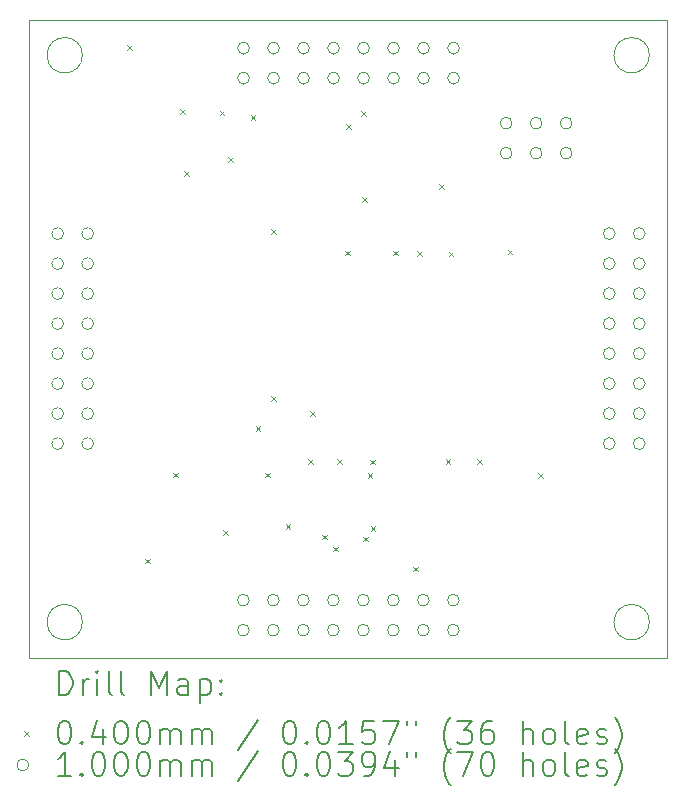
<source format=gbr>
%TF.GenerationSoftware,KiCad,Pcbnew,6.0.11+dfsg-1~bpo11+1*%
%TF.CreationDate,2023-04-06T12:14:04+02:00*%
%TF.ProjectId,avert_10,61766572-745f-4313-902e-6b696361645f,1.0*%
%TF.SameCoordinates,Original*%
%TF.FileFunction,Drillmap*%
%TF.FilePolarity,Positive*%
%FSLAX45Y45*%
G04 Gerber Fmt 4.5, Leading zero omitted, Abs format (unit mm)*
G04 Created by KiCad (PCBNEW 6.0.11+dfsg-1~bpo11+1) date 2023-04-06 12:14:04*
%MOMM*%
%LPD*%
G01*
G04 APERTURE LIST*
%ADD10C,0.100000*%
%ADD11C,0.200000*%
%ADD12C,0.040000*%
G04 APERTURE END LIST*
D10*
X12050000Y-12250000D02*
G75*
G03*
X12050000Y-12250000I-150000J0D01*
G01*
X16850000Y-7450000D02*
G75*
G03*
X16850000Y-7450000I-150000J0D01*
G01*
X12050000Y-7450000D02*
G75*
G03*
X12050000Y-7450000I-150000J0D01*
G01*
X11600000Y-12550000D02*
X17000000Y-12550000D01*
X17000000Y-12550000D02*
X17000000Y-7150000D01*
X17000000Y-7150000D02*
X11600000Y-7150000D01*
X11600000Y-7150000D02*
X11600000Y-12550000D01*
X16850000Y-12250000D02*
G75*
G03*
X16850000Y-12250000I-150000J0D01*
G01*
D11*
D12*
X12430000Y-7367000D02*
X12470000Y-7407000D01*
X12470000Y-7367000D02*
X12430000Y-7407000D01*
X12581000Y-11713000D02*
X12621000Y-11753000D01*
X12621000Y-11713000D02*
X12581000Y-11753000D01*
X12819000Y-10984000D02*
X12859000Y-11024000D01*
X12859000Y-10984000D02*
X12819000Y-11024000D01*
X12879000Y-7908000D02*
X12919000Y-7948000D01*
X12919000Y-7908000D02*
X12879000Y-7948000D01*
X12910000Y-8429000D02*
X12950000Y-8469000D01*
X12950000Y-8429000D02*
X12910000Y-8469000D01*
X13211000Y-7918000D02*
X13251000Y-7958000D01*
X13251000Y-7918000D02*
X13211000Y-7958000D01*
X13239000Y-11470000D02*
X13279000Y-11510000D01*
X13279000Y-11470000D02*
X13239000Y-11510000D01*
X13282000Y-8312000D02*
X13322000Y-8352000D01*
X13322000Y-8312000D02*
X13282000Y-8352000D01*
X13473000Y-7959000D02*
X13513000Y-7999000D01*
X13513000Y-7959000D02*
X13473000Y-7999000D01*
X13517000Y-10588000D02*
X13557000Y-10628000D01*
X13557000Y-10588000D02*
X13517000Y-10628000D01*
X13599500Y-10983500D02*
X13639500Y-11023500D01*
X13639500Y-10983500D02*
X13599500Y-11023500D01*
X13646000Y-10339000D02*
X13686000Y-10379000D01*
X13686000Y-10339000D02*
X13646000Y-10379000D01*
X13648000Y-8924000D02*
X13688000Y-8964000D01*
X13688000Y-8924000D02*
X13648000Y-8964000D01*
X13771000Y-11420000D02*
X13811000Y-11460000D01*
X13811000Y-11420000D02*
X13771000Y-11460000D01*
X13963000Y-10871000D02*
X14003000Y-10911000D01*
X14003000Y-10871000D02*
X13963000Y-10911000D01*
X13980000Y-10464000D02*
X14020000Y-10504000D01*
X14020000Y-10464000D02*
X13980000Y-10504000D01*
X14077550Y-11510000D02*
X14117550Y-11550000D01*
X14117550Y-11510000D02*
X14077550Y-11550000D01*
X14170000Y-11610000D02*
X14210000Y-11650000D01*
X14210000Y-11610000D02*
X14170000Y-11650000D01*
X14204000Y-10871000D02*
X14244000Y-10911000D01*
X14244000Y-10871000D02*
X14204000Y-10911000D01*
X14274000Y-9105000D02*
X14314000Y-9145000D01*
X14314000Y-9105000D02*
X14274000Y-9145000D01*
X14280000Y-8034000D02*
X14320000Y-8074000D01*
X14320000Y-8034000D02*
X14280000Y-8074000D01*
X14407000Y-7924000D02*
X14447000Y-7964000D01*
X14447000Y-7924000D02*
X14407000Y-7964000D01*
X14417000Y-8651000D02*
X14457000Y-8691000D01*
X14457000Y-8651000D02*
X14417000Y-8691000D01*
X14429000Y-11527000D02*
X14469000Y-11567000D01*
X14469000Y-11527000D02*
X14429000Y-11567000D01*
X14464000Y-10990000D02*
X14504000Y-11030000D01*
X14504000Y-10990000D02*
X14464000Y-11030000D01*
X14485000Y-10873000D02*
X14525000Y-10913000D01*
X14525000Y-10873000D02*
X14485000Y-10913000D01*
X14490000Y-11440000D02*
X14530000Y-11480000D01*
X14530000Y-11440000D02*
X14490000Y-11480000D01*
X14680000Y-9105000D02*
X14720000Y-9145000D01*
X14720000Y-9105000D02*
X14680000Y-9145000D01*
X14850000Y-11780000D02*
X14890000Y-11820000D01*
X14890000Y-11780000D02*
X14850000Y-11820000D01*
X14884000Y-9109000D02*
X14924000Y-9149000D01*
X14924000Y-9109000D02*
X14884000Y-9149000D01*
X15068000Y-8539000D02*
X15108000Y-8579000D01*
X15108000Y-8539000D02*
X15068000Y-8579000D01*
X15126000Y-10872000D02*
X15166000Y-10912000D01*
X15166000Y-10872000D02*
X15126000Y-10912000D01*
X15151000Y-9112000D02*
X15191000Y-9152000D01*
X15191000Y-9112000D02*
X15151000Y-9152000D01*
X15394000Y-10871000D02*
X15434000Y-10911000D01*
X15434000Y-10871000D02*
X15394000Y-10911000D01*
X15650000Y-9097000D02*
X15690000Y-9137000D01*
X15690000Y-9097000D02*
X15650000Y-9137000D01*
X15908000Y-10986000D02*
X15948000Y-11026000D01*
X15948000Y-10986000D02*
X15908000Y-11026000D01*
D10*
X11890000Y-8960000D02*
G75*
G03*
X11890000Y-8960000I-50000J0D01*
G01*
X11890000Y-9214000D02*
G75*
G03*
X11890000Y-9214000I-50000J0D01*
G01*
X11890000Y-9468000D02*
G75*
G03*
X11890000Y-9468000I-50000J0D01*
G01*
X11890000Y-9722000D02*
G75*
G03*
X11890000Y-9722000I-50000J0D01*
G01*
X11890000Y-9976000D02*
G75*
G03*
X11890000Y-9976000I-50000J0D01*
G01*
X11890000Y-10230000D02*
G75*
G03*
X11890000Y-10230000I-50000J0D01*
G01*
X11890000Y-10484000D02*
G75*
G03*
X11890000Y-10484000I-50000J0D01*
G01*
X11890000Y-10738000D02*
G75*
G03*
X11890000Y-10738000I-50000J0D01*
G01*
X12144000Y-8960000D02*
G75*
G03*
X12144000Y-8960000I-50000J0D01*
G01*
X12144000Y-9214000D02*
G75*
G03*
X12144000Y-9214000I-50000J0D01*
G01*
X12144000Y-9468000D02*
G75*
G03*
X12144000Y-9468000I-50000J0D01*
G01*
X12144000Y-9722000D02*
G75*
G03*
X12144000Y-9722000I-50000J0D01*
G01*
X12144000Y-9976000D02*
G75*
G03*
X12144000Y-9976000I-50000J0D01*
G01*
X12144000Y-10230000D02*
G75*
G03*
X12144000Y-10230000I-50000J0D01*
G01*
X12144000Y-10484000D02*
G75*
G03*
X12144000Y-10484000I-50000J0D01*
G01*
X12144000Y-10738000D02*
G75*
G03*
X12144000Y-10738000I-50000J0D01*
G01*
X13462500Y-12063500D02*
G75*
G03*
X13462500Y-12063500I-50000J0D01*
G01*
X13462500Y-12317500D02*
G75*
G03*
X13462500Y-12317500I-50000J0D01*
G01*
X13464000Y-7390000D02*
G75*
G03*
X13464000Y-7390000I-50000J0D01*
G01*
X13464000Y-7644000D02*
G75*
G03*
X13464000Y-7644000I-50000J0D01*
G01*
X13716500Y-12063500D02*
G75*
G03*
X13716500Y-12063500I-50000J0D01*
G01*
X13716500Y-12317500D02*
G75*
G03*
X13716500Y-12317500I-50000J0D01*
G01*
X13718000Y-7390000D02*
G75*
G03*
X13718000Y-7390000I-50000J0D01*
G01*
X13718000Y-7644000D02*
G75*
G03*
X13718000Y-7644000I-50000J0D01*
G01*
X13970500Y-12063500D02*
G75*
G03*
X13970500Y-12063500I-50000J0D01*
G01*
X13970500Y-12317500D02*
G75*
G03*
X13970500Y-12317500I-50000J0D01*
G01*
X13972000Y-7390000D02*
G75*
G03*
X13972000Y-7390000I-50000J0D01*
G01*
X13972000Y-7644000D02*
G75*
G03*
X13972000Y-7644000I-50000J0D01*
G01*
X14224500Y-12063500D02*
G75*
G03*
X14224500Y-12063500I-50000J0D01*
G01*
X14224500Y-12317500D02*
G75*
G03*
X14224500Y-12317500I-50000J0D01*
G01*
X14226000Y-7390000D02*
G75*
G03*
X14226000Y-7390000I-50000J0D01*
G01*
X14226000Y-7644000D02*
G75*
G03*
X14226000Y-7644000I-50000J0D01*
G01*
X14478500Y-12063500D02*
G75*
G03*
X14478500Y-12063500I-50000J0D01*
G01*
X14478500Y-12317500D02*
G75*
G03*
X14478500Y-12317500I-50000J0D01*
G01*
X14480000Y-7390000D02*
G75*
G03*
X14480000Y-7390000I-50000J0D01*
G01*
X14480000Y-7644000D02*
G75*
G03*
X14480000Y-7644000I-50000J0D01*
G01*
X14732500Y-12063500D02*
G75*
G03*
X14732500Y-12063500I-50000J0D01*
G01*
X14732500Y-12317500D02*
G75*
G03*
X14732500Y-12317500I-50000J0D01*
G01*
X14734000Y-7390000D02*
G75*
G03*
X14734000Y-7390000I-50000J0D01*
G01*
X14734000Y-7644000D02*
G75*
G03*
X14734000Y-7644000I-50000J0D01*
G01*
X14986500Y-12063500D02*
G75*
G03*
X14986500Y-12063500I-50000J0D01*
G01*
X14986500Y-12317500D02*
G75*
G03*
X14986500Y-12317500I-50000J0D01*
G01*
X14988000Y-7390000D02*
G75*
G03*
X14988000Y-7390000I-50000J0D01*
G01*
X14988000Y-7644000D02*
G75*
G03*
X14988000Y-7644000I-50000J0D01*
G01*
X15240500Y-12063500D02*
G75*
G03*
X15240500Y-12063500I-50000J0D01*
G01*
X15240500Y-12317500D02*
G75*
G03*
X15240500Y-12317500I-50000J0D01*
G01*
X15242000Y-7390000D02*
G75*
G03*
X15242000Y-7390000I-50000J0D01*
G01*
X15242000Y-7644000D02*
G75*
G03*
X15242000Y-7644000I-50000J0D01*
G01*
X15687500Y-8024500D02*
G75*
G03*
X15687500Y-8024500I-50000J0D01*
G01*
X15687500Y-8278500D02*
G75*
G03*
X15687500Y-8278500I-50000J0D01*
G01*
X15941500Y-8024500D02*
G75*
G03*
X15941500Y-8024500I-50000J0D01*
G01*
X15941500Y-8278500D02*
G75*
G03*
X15941500Y-8278500I-50000J0D01*
G01*
X16195500Y-8024500D02*
G75*
G03*
X16195500Y-8024500I-50000J0D01*
G01*
X16195500Y-8278500D02*
G75*
G03*
X16195500Y-8278500I-50000J0D01*
G01*
X16560000Y-8960000D02*
G75*
G03*
X16560000Y-8960000I-50000J0D01*
G01*
X16560000Y-9214000D02*
G75*
G03*
X16560000Y-9214000I-50000J0D01*
G01*
X16560000Y-9468000D02*
G75*
G03*
X16560000Y-9468000I-50000J0D01*
G01*
X16560000Y-9722000D02*
G75*
G03*
X16560000Y-9722000I-50000J0D01*
G01*
X16560000Y-9976000D02*
G75*
G03*
X16560000Y-9976000I-50000J0D01*
G01*
X16560000Y-10230000D02*
G75*
G03*
X16560000Y-10230000I-50000J0D01*
G01*
X16560000Y-10484000D02*
G75*
G03*
X16560000Y-10484000I-50000J0D01*
G01*
X16560000Y-10738000D02*
G75*
G03*
X16560000Y-10738000I-50000J0D01*
G01*
X16814000Y-8960000D02*
G75*
G03*
X16814000Y-8960000I-50000J0D01*
G01*
X16814000Y-9214000D02*
G75*
G03*
X16814000Y-9214000I-50000J0D01*
G01*
X16814000Y-9468000D02*
G75*
G03*
X16814000Y-9468000I-50000J0D01*
G01*
X16814000Y-9722000D02*
G75*
G03*
X16814000Y-9722000I-50000J0D01*
G01*
X16814000Y-9976000D02*
G75*
G03*
X16814000Y-9976000I-50000J0D01*
G01*
X16814000Y-10230000D02*
G75*
G03*
X16814000Y-10230000I-50000J0D01*
G01*
X16814000Y-10484000D02*
G75*
G03*
X16814000Y-10484000I-50000J0D01*
G01*
X16814000Y-10738000D02*
G75*
G03*
X16814000Y-10738000I-50000J0D01*
G01*
D11*
X11852619Y-12865476D02*
X11852619Y-12665476D01*
X11900238Y-12665476D01*
X11928809Y-12675000D01*
X11947857Y-12694048D01*
X11957381Y-12713095D01*
X11966905Y-12751190D01*
X11966905Y-12779762D01*
X11957381Y-12817857D01*
X11947857Y-12836905D01*
X11928809Y-12855952D01*
X11900238Y-12865476D01*
X11852619Y-12865476D01*
X12052619Y-12865476D02*
X12052619Y-12732143D01*
X12052619Y-12770238D02*
X12062143Y-12751190D01*
X12071667Y-12741667D01*
X12090714Y-12732143D01*
X12109762Y-12732143D01*
X12176428Y-12865476D02*
X12176428Y-12732143D01*
X12176428Y-12665476D02*
X12166905Y-12675000D01*
X12176428Y-12684524D01*
X12185952Y-12675000D01*
X12176428Y-12665476D01*
X12176428Y-12684524D01*
X12300238Y-12865476D02*
X12281190Y-12855952D01*
X12271667Y-12836905D01*
X12271667Y-12665476D01*
X12405000Y-12865476D02*
X12385952Y-12855952D01*
X12376428Y-12836905D01*
X12376428Y-12665476D01*
X12633571Y-12865476D02*
X12633571Y-12665476D01*
X12700238Y-12808333D01*
X12766905Y-12665476D01*
X12766905Y-12865476D01*
X12947857Y-12865476D02*
X12947857Y-12760714D01*
X12938333Y-12741667D01*
X12919286Y-12732143D01*
X12881190Y-12732143D01*
X12862143Y-12741667D01*
X12947857Y-12855952D02*
X12928809Y-12865476D01*
X12881190Y-12865476D01*
X12862143Y-12855952D01*
X12852619Y-12836905D01*
X12852619Y-12817857D01*
X12862143Y-12798809D01*
X12881190Y-12789286D01*
X12928809Y-12789286D01*
X12947857Y-12779762D01*
X13043095Y-12732143D02*
X13043095Y-12932143D01*
X13043095Y-12741667D02*
X13062143Y-12732143D01*
X13100238Y-12732143D01*
X13119286Y-12741667D01*
X13128809Y-12751190D01*
X13138333Y-12770238D01*
X13138333Y-12827381D01*
X13128809Y-12846428D01*
X13119286Y-12855952D01*
X13100238Y-12865476D01*
X13062143Y-12865476D01*
X13043095Y-12855952D01*
X13224048Y-12846428D02*
X13233571Y-12855952D01*
X13224048Y-12865476D01*
X13214524Y-12855952D01*
X13224048Y-12846428D01*
X13224048Y-12865476D01*
X13224048Y-12741667D02*
X13233571Y-12751190D01*
X13224048Y-12760714D01*
X13214524Y-12751190D01*
X13224048Y-12741667D01*
X13224048Y-12760714D01*
D12*
X11555000Y-13175000D02*
X11595000Y-13215000D01*
X11595000Y-13175000D02*
X11555000Y-13215000D01*
D11*
X11890714Y-13085476D02*
X11909762Y-13085476D01*
X11928809Y-13095000D01*
X11938333Y-13104524D01*
X11947857Y-13123571D01*
X11957381Y-13161667D01*
X11957381Y-13209286D01*
X11947857Y-13247381D01*
X11938333Y-13266428D01*
X11928809Y-13275952D01*
X11909762Y-13285476D01*
X11890714Y-13285476D01*
X11871667Y-13275952D01*
X11862143Y-13266428D01*
X11852619Y-13247381D01*
X11843095Y-13209286D01*
X11843095Y-13161667D01*
X11852619Y-13123571D01*
X11862143Y-13104524D01*
X11871667Y-13095000D01*
X11890714Y-13085476D01*
X12043095Y-13266428D02*
X12052619Y-13275952D01*
X12043095Y-13285476D01*
X12033571Y-13275952D01*
X12043095Y-13266428D01*
X12043095Y-13285476D01*
X12224048Y-13152143D02*
X12224048Y-13285476D01*
X12176428Y-13075952D02*
X12128809Y-13218809D01*
X12252619Y-13218809D01*
X12366905Y-13085476D02*
X12385952Y-13085476D01*
X12405000Y-13095000D01*
X12414524Y-13104524D01*
X12424048Y-13123571D01*
X12433571Y-13161667D01*
X12433571Y-13209286D01*
X12424048Y-13247381D01*
X12414524Y-13266428D01*
X12405000Y-13275952D01*
X12385952Y-13285476D01*
X12366905Y-13285476D01*
X12347857Y-13275952D01*
X12338333Y-13266428D01*
X12328809Y-13247381D01*
X12319286Y-13209286D01*
X12319286Y-13161667D01*
X12328809Y-13123571D01*
X12338333Y-13104524D01*
X12347857Y-13095000D01*
X12366905Y-13085476D01*
X12557381Y-13085476D02*
X12576428Y-13085476D01*
X12595476Y-13095000D01*
X12605000Y-13104524D01*
X12614524Y-13123571D01*
X12624048Y-13161667D01*
X12624048Y-13209286D01*
X12614524Y-13247381D01*
X12605000Y-13266428D01*
X12595476Y-13275952D01*
X12576428Y-13285476D01*
X12557381Y-13285476D01*
X12538333Y-13275952D01*
X12528809Y-13266428D01*
X12519286Y-13247381D01*
X12509762Y-13209286D01*
X12509762Y-13161667D01*
X12519286Y-13123571D01*
X12528809Y-13104524D01*
X12538333Y-13095000D01*
X12557381Y-13085476D01*
X12709762Y-13285476D02*
X12709762Y-13152143D01*
X12709762Y-13171190D02*
X12719286Y-13161667D01*
X12738333Y-13152143D01*
X12766905Y-13152143D01*
X12785952Y-13161667D01*
X12795476Y-13180714D01*
X12795476Y-13285476D01*
X12795476Y-13180714D02*
X12805000Y-13161667D01*
X12824048Y-13152143D01*
X12852619Y-13152143D01*
X12871667Y-13161667D01*
X12881190Y-13180714D01*
X12881190Y-13285476D01*
X12976428Y-13285476D02*
X12976428Y-13152143D01*
X12976428Y-13171190D02*
X12985952Y-13161667D01*
X13005000Y-13152143D01*
X13033571Y-13152143D01*
X13052619Y-13161667D01*
X13062143Y-13180714D01*
X13062143Y-13285476D01*
X13062143Y-13180714D02*
X13071667Y-13161667D01*
X13090714Y-13152143D01*
X13119286Y-13152143D01*
X13138333Y-13161667D01*
X13147857Y-13180714D01*
X13147857Y-13285476D01*
X13538333Y-13075952D02*
X13366905Y-13333095D01*
X13795476Y-13085476D02*
X13814524Y-13085476D01*
X13833571Y-13095000D01*
X13843095Y-13104524D01*
X13852619Y-13123571D01*
X13862143Y-13161667D01*
X13862143Y-13209286D01*
X13852619Y-13247381D01*
X13843095Y-13266428D01*
X13833571Y-13275952D01*
X13814524Y-13285476D01*
X13795476Y-13285476D01*
X13776428Y-13275952D01*
X13766905Y-13266428D01*
X13757381Y-13247381D01*
X13747857Y-13209286D01*
X13747857Y-13161667D01*
X13757381Y-13123571D01*
X13766905Y-13104524D01*
X13776428Y-13095000D01*
X13795476Y-13085476D01*
X13947857Y-13266428D02*
X13957381Y-13275952D01*
X13947857Y-13285476D01*
X13938333Y-13275952D01*
X13947857Y-13266428D01*
X13947857Y-13285476D01*
X14081190Y-13085476D02*
X14100238Y-13085476D01*
X14119286Y-13095000D01*
X14128809Y-13104524D01*
X14138333Y-13123571D01*
X14147857Y-13161667D01*
X14147857Y-13209286D01*
X14138333Y-13247381D01*
X14128809Y-13266428D01*
X14119286Y-13275952D01*
X14100238Y-13285476D01*
X14081190Y-13285476D01*
X14062143Y-13275952D01*
X14052619Y-13266428D01*
X14043095Y-13247381D01*
X14033571Y-13209286D01*
X14033571Y-13161667D01*
X14043095Y-13123571D01*
X14052619Y-13104524D01*
X14062143Y-13095000D01*
X14081190Y-13085476D01*
X14338333Y-13285476D02*
X14224048Y-13285476D01*
X14281190Y-13285476D02*
X14281190Y-13085476D01*
X14262143Y-13114048D01*
X14243095Y-13133095D01*
X14224048Y-13142619D01*
X14519286Y-13085476D02*
X14424048Y-13085476D01*
X14414524Y-13180714D01*
X14424048Y-13171190D01*
X14443095Y-13161667D01*
X14490714Y-13161667D01*
X14509762Y-13171190D01*
X14519286Y-13180714D01*
X14528809Y-13199762D01*
X14528809Y-13247381D01*
X14519286Y-13266428D01*
X14509762Y-13275952D01*
X14490714Y-13285476D01*
X14443095Y-13285476D01*
X14424048Y-13275952D01*
X14414524Y-13266428D01*
X14595476Y-13085476D02*
X14728809Y-13085476D01*
X14643095Y-13285476D01*
X14795476Y-13085476D02*
X14795476Y-13123571D01*
X14871667Y-13085476D02*
X14871667Y-13123571D01*
X15166905Y-13361667D02*
X15157381Y-13352143D01*
X15138333Y-13323571D01*
X15128809Y-13304524D01*
X15119286Y-13275952D01*
X15109762Y-13228333D01*
X15109762Y-13190238D01*
X15119286Y-13142619D01*
X15128809Y-13114048D01*
X15138333Y-13095000D01*
X15157381Y-13066428D01*
X15166905Y-13056905D01*
X15224048Y-13085476D02*
X15347857Y-13085476D01*
X15281190Y-13161667D01*
X15309762Y-13161667D01*
X15328809Y-13171190D01*
X15338333Y-13180714D01*
X15347857Y-13199762D01*
X15347857Y-13247381D01*
X15338333Y-13266428D01*
X15328809Y-13275952D01*
X15309762Y-13285476D01*
X15252619Y-13285476D01*
X15233571Y-13275952D01*
X15224048Y-13266428D01*
X15519286Y-13085476D02*
X15481190Y-13085476D01*
X15462143Y-13095000D01*
X15452619Y-13104524D01*
X15433571Y-13133095D01*
X15424048Y-13171190D01*
X15424048Y-13247381D01*
X15433571Y-13266428D01*
X15443095Y-13275952D01*
X15462143Y-13285476D01*
X15500238Y-13285476D01*
X15519286Y-13275952D01*
X15528809Y-13266428D01*
X15538333Y-13247381D01*
X15538333Y-13199762D01*
X15528809Y-13180714D01*
X15519286Y-13171190D01*
X15500238Y-13161667D01*
X15462143Y-13161667D01*
X15443095Y-13171190D01*
X15433571Y-13180714D01*
X15424048Y-13199762D01*
X15776428Y-13285476D02*
X15776428Y-13085476D01*
X15862143Y-13285476D02*
X15862143Y-13180714D01*
X15852619Y-13161667D01*
X15833571Y-13152143D01*
X15805000Y-13152143D01*
X15785952Y-13161667D01*
X15776428Y-13171190D01*
X15985952Y-13285476D02*
X15966905Y-13275952D01*
X15957381Y-13266428D01*
X15947857Y-13247381D01*
X15947857Y-13190238D01*
X15957381Y-13171190D01*
X15966905Y-13161667D01*
X15985952Y-13152143D01*
X16014524Y-13152143D01*
X16033571Y-13161667D01*
X16043095Y-13171190D01*
X16052619Y-13190238D01*
X16052619Y-13247381D01*
X16043095Y-13266428D01*
X16033571Y-13275952D01*
X16014524Y-13285476D01*
X15985952Y-13285476D01*
X16166905Y-13285476D02*
X16147857Y-13275952D01*
X16138333Y-13256905D01*
X16138333Y-13085476D01*
X16319286Y-13275952D02*
X16300238Y-13285476D01*
X16262143Y-13285476D01*
X16243095Y-13275952D01*
X16233571Y-13256905D01*
X16233571Y-13180714D01*
X16243095Y-13161667D01*
X16262143Y-13152143D01*
X16300238Y-13152143D01*
X16319286Y-13161667D01*
X16328809Y-13180714D01*
X16328809Y-13199762D01*
X16233571Y-13218809D01*
X16405000Y-13275952D02*
X16424048Y-13285476D01*
X16462143Y-13285476D01*
X16481190Y-13275952D01*
X16490714Y-13256905D01*
X16490714Y-13247381D01*
X16481190Y-13228333D01*
X16462143Y-13218809D01*
X16433571Y-13218809D01*
X16414524Y-13209286D01*
X16405000Y-13190238D01*
X16405000Y-13180714D01*
X16414524Y-13161667D01*
X16433571Y-13152143D01*
X16462143Y-13152143D01*
X16481190Y-13161667D01*
X16557381Y-13361667D02*
X16566905Y-13352143D01*
X16585952Y-13323571D01*
X16595476Y-13304524D01*
X16605000Y-13275952D01*
X16614524Y-13228333D01*
X16614524Y-13190238D01*
X16605000Y-13142619D01*
X16595476Y-13114048D01*
X16585952Y-13095000D01*
X16566905Y-13066428D01*
X16557381Y-13056905D01*
D10*
X11595000Y-13459000D02*
G75*
G03*
X11595000Y-13459000I-50000J0D01*
G01*
D11*
X11957381Y-13549476D02*
X11843095Y-13549476D01*
X11900238Y-13549476D02*
X11900238Y-13349476D01*
X11881190Y-13378048D01*
X11862143Y-13397095D01*
X11843095Y-13406619D01*
X12043095Y-13530428D02*
X12052619Y-13539952D01*
X12043095Y-13549476D01*
X12033571Y-13539952D01*
X12043095Y-13530428D01*
X12043095Y-13549476D01*
X12176428Y-13349476D02*
X12195476Y-13349476D01*
X12214524Y-13359000D01*
X12224048Y-13368524D01*
X12233571Y-13387571D01*
X12243095Y-13425667D01*
X12243095Y-13473286D01*
X12233571Y-13511381D01*
X12224048Y-13530428D01*
X12214524Y-13539952D01*
X12195476Y-13549476D01*
X12176428Y-13549476D01*
X12157381Y-13539952D01*
X12147857Y-13530428D01*
X12138333Y-13511381D01*
X12128809Y-13473286D01*
X12128809Y-13425667D01*
X12138333Y-13387571D01*
X12147857Y-13368524D01*
X12157381Y-13359000D01*
X12176428Y-13349476D01*
X12366905Y-13349476D02*
X12385952Y-13349476D01*
X12405000Y-13359000D01*
X12414524Y-13368524D01*
X12424048Y-13387571D01*
X12433571Y-13425667D01*
X12433571Y-13473286D01*
X12424048Y-13511381D01*
X12414524Y-13530428D01*
X12405000Y-13539952D01*
X12385952Y-13549476D01*
X12366905Y-13549476D01*
X12347857Y-13539952D01*
X12338333Y-13530428D01*
X12328809Y-13511381D01*
X12319286Y-13473286D01*
X12319286Y-13425667D01*
X12328809Y-13387571D01*
X12338333Y-13368524D01*
X12347857Y-13359000D01*
X12366905Y-13349476D01*
X12557381Y-13349476D02*
X12576428Y-13349476D01*
X12595476Y-13359000D01*
X12605000Y-13368524D01*
X12614524Y-13387571D01*
X12624048Y-13425667D01*
X12624048Y-13473286D01*
X12614524Y-13511381D01*
X12605000Y-13530428D01*
X12595476Y-13539952D01*
X12576428Y-13549476D01*
X12557381Y-13549476D01*
X12538333Y-13539952D01*
X12528809Y-13530428D01*
X12519286Y-13511381D01*
X12509762Y-13473286D01*
X12509762Y-13425667D01*
X12519286Y-13387571D01*
X12528809Y-13368524D01*
X12538333Y-13359000D01*
X12557381Y-13349476D01*
X12709762Y-13549476D02*
X12709762Y-13416143D01*
X12709762Y-13435190D02*
X12719286Y-13425667D01*
X12738333Y-13416143D01*
X12766905Y-13416143D01*
X12785952Y-13425667D01*
X12795476Y-13444714D01*
X12795476Y-13549476D01*
X12795476Y-13444714D02*
X12805000Y-13425667D01*
X12824048Y-13416143D01*
X12852619Y-13416143D01*
X12871667Y-13425667D01*
X12881190Y-13444714D01*
X12881190Y-13549476D01*
X12976428Y-13549476D02*
X12976428Y-13416143D01*
X12976428Y-13435190D02*
X12985952Y-13425667D01*
X13005000Y-13416143D01*
X13033571Y-13416143D01*
X13052619Y-13425667D01*
X13062143Y-13444714D01*
X13062143Y-13549476D01*
X13062143Y-13444714D02*
X13071667Y-13425667D01*
X13090714Y-13416143D01*
X13119286Y-13416143D01*
X13138333Y-13425667D01*
X13147857Y-13444714D01*
X13147857Y-13549476D01*
X13538333Y-13339952D02*
X13366905Y-13597095D01*
X13795476Y-13349476D02*
X13814524Y-13349476D01*
X13833571Y-13359000D01*
X13843095Y-13368524D01*
X13852619Y-13387571D01*
X13862143Y-13425667D01*
X13862143Y-13473286D01*
X13852619Y-13511381D01*
X13843095Y-13530428D01*
X13833571Y-13539952D01*
X13814524Y-13549476D01*
X13795476Y-13549476D01*
X13776428Y-13539952D01*
X13766905Y-13530428D01*
X13757381Y-13511381D01*
X13747857Y-13473286D01*
X13747857Y-13425667D01*
X13757381Y-13387571D01*
X13766905Y-13368524D01*
X13776428Y-13359000D01*
X13795476Y-13349476D01*
X13947857Y-13530428D02*
X13957381Y-13539952D01*
X13947857Y-13549476D01*
X13938333Y-13539952D01*
X13947857Y-13530428D01*
X13947857Y-13549476D01*
X14081190Y-13349476D02*
X14100238Y-13349476D01*
X14119286Y-13359000D01*
X14128809Y-13368524D01*
X14138333Y-13387571D01*
X14147857Y-13425667D01*
X14147857Y-13473286D01*
X14138333Y-13511381D01*
X14128809Y-13530428D01*
X14119286Y-13539952D01*
X14100238Y-13549476D01*
X14081190Y-13549476D01*
X14062143Y-13539952D01*
X14052619Y-13530428D01*
X14043095Y-13511381D01*
X14033571Y-13473286D01*
X14033571Y-13425667D01*
X14043095Y-13387571D01*
X14052619Y-13368524D01*
X14062143Y-13359000D01*
X14081190Y-13349476D01*
X14214524Y-13349476D02*
X14338333Y-13349476D01*
X14271667Y-13425667D01*
X14300238Y-13425667D01*
X14319286Y-13435190D01*
X14328809Y-13444714D01*
X14338333Y-13463762D01*
X14338333Y-13511381D01*
X14328809Y-13530428D01*
X14319286Y-13539952D01*
X14300238Y-13549476D01*
X14243095Y-13549476D01*
X14224048Y-13539952D01*
X14214524Y-13530428D01*
X14433571Y-13549476D02*
X14471667Y-13549476D01*
X14490714Y-13539952D01*
X14500238Y-13530428D01*
X14519286Y-13501857D01*
X14528809Y-13463762D01*
X14528809Y-13387571D01*
X14519286Y-13368524D01*
X14509762Y-13359000D01*
X14490714Y-13349476D01*
X14452619Y-13349476D01*
X14433571Y-13359000D01*
X14424048Y-13368524D01*
X14414524Y-13387571D01*
X14414524Y-13435190D01*
X14424048Y-13454238D01*
X14433571Y-13463762D01*
X14452619Y-13473286D01*
X14490714Y-13473286D01*
X14509762Y-13463762D01*
X14519286Y-13454238D01*
X14528809Y-13435190D01*
X14700238Y-13416143D02*
X14700238Y-13549476D01*
X14652619Y-13339952D02*
X14605000Y-13482809D01*
X14728809Y-13482809D01*
X14795476Y-13349476D02*
X14795476Y-13387571D01*
X14871667Y-13349476D02*
X14871667Y-13387571D01*
X15166905Y-13625667D02*
X15157381Y-13616143D01*
X15138333Y-13587571D01*
X15128809Y-13568524D01*
X15119286Y-13539952D01*
X15109762Y-13492333D01*
X15109762Y-13454238D01*
X15119286Y-13406619D01*
X15128809Y-13378048D01*
X15138333Y-13359000D01*
X15157381Y-13330428D01*
X15166905Y-13320905D01*
X15224048Y-13349476D02*
X15357381Y-13349476D01*
X15271667Y-13549476D01*
X15471667Y-13349476D02*
X15490714Y-13349476D01*
X15509762Y-13359000D01*
X15519286Y-13368524D01*
X15528809Y-13387571D01*
X15538333Y-13425667D01*
X15538333Y-13473286D01*
X15528809Y-13511381D01*
X15519286Y-13530428D01*
X15509762Y-13539952D01*
X15490714Y-13549476D01*
X15471667Y-13549476D01*
X15452619Y-13539952D01*
X15443095Y-13530428D01*
X15433571Y-13511381D01*
X15424048Y-13473286D01*
X15424048Y-13425667D01*
X15433571Y-13387571D01*
X15443095Y-13368524D01*
X15452619Y-13359000D01*
X15471667Y-13349476D01*
X15776428Y-13549476D02*
X15776428Y-13349476D01*
X15862143Y-13549476D02*
X15862143Y-13444714D01*
X15852619Y-13425667D01*
X15833571Y-13416143D01*
X15805000Y-13416143D01*
X15785952Y-13425667D01*
X15776428Y-13435190D01*
X15985952Y-13549476D02*
X15966905Y-13539952D01*
X15957381Y-13530428D01*
X15947857Y-13511381D01*
X15947857Y-13454238D01*
X15957381Y-13435190D01*
X15966905Y-13425667D01*
X15985952Y-13416143D01*
X16014524Y-13416143D01*
X16033571Y-13425667D01*
X16043095Y-13435190D01*
X16052619Y-13454238D01*
X16052619Y-13511381D01*
X16043095Y-13530428D01*
X16033571Y-13539952D01*
X16014524Y-13549476D01*
X15985952Y-13549476D01*
X16166905Y-13549476D02*
X16147857Y-13539952D01*
X16138333Y-13520905D01*
X16138333Y-13349476D01*
X16319286Y-13539952D02*
X16300238Y-13549476D01*
X16262143Y-13549476D01*
X16243095Y-13539952D01*
X16233571Y-13520905D01*
X16233571Y-13444714D01*
X16243095Y-13425667D01*
X16262143Y-13416143D01*
X16300238Y-13416143D01*
X16319286Y-13425667D01*
X16328809Y-13444714D01*
X16328809Y-13463762D01*
X16233571Y-13482809D01*
X16405000Y-13539952D02*
X16424048Y-13549476D01*
X16462143Y-13549476D01*
X16481190Y-13539952D01*
X16490714Y-13520905D01*
X16490714Y-13511381D01*
X16481190Y-13492333D01*
X16462143Y-13482809D01*
X16433571Y-13482809D01*
X16414524Y-13473286D01*
X16405000Y-13454238D01*
X16405000Y-13444714D01*
X16414524Y-13425667D01*
X16433571Y-13416143D01*
X16462143Y-13416143D01*
X16481190Y-13425667D01*
X16557381Y-13625667D02*
X16566905Y-13616143D01*
X16585952Y-13587571D01*
X16595476Y-13568524D01*
X16605000Y-13539952D01*
X16614524Y-13492333D01*
X16614524Y-13454238D01*
X16605000Y-13406619D01*
X16595476Y-13378048D01*
X16585952Y-13359000D01*
X16566905Y-13330428D01*
X16557381Y-13320905D01*
M02*

</source>
